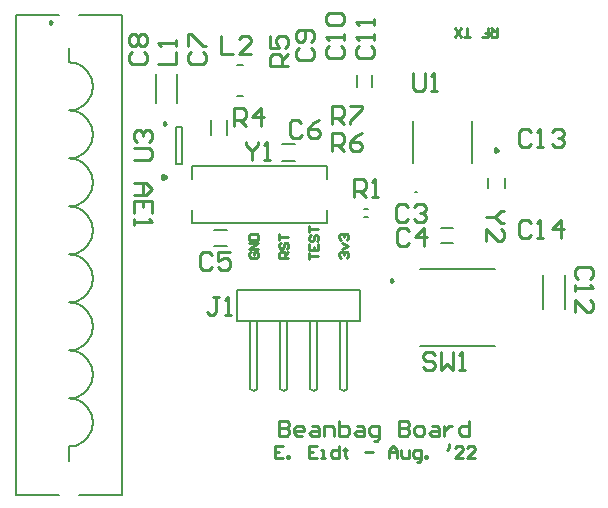
<source format=gto>
G04*
G04 #@! TF.GenerationSoftware,Altium Limited,Altium Designer,22.8.2 (66)*
G04*
G04 Layer_Color=65535*
%FSLAX25Y25*%
%MOIN*%
G70*
G04*
G04 #@! TF.SameCoordinates,DBEA32A3-26B1-43DE-8851-A205651FCFC1*
G04*
G04*
G04 #@! TF.FilePolarity,Positive*
G04*
G01*
G75*
%ADD10C,0.01575*%
%ADD11C,0.00787*%
%ADD12C,0.00984*%
%ADD13C,0.01181*%
%ADD14C,0.00500*%
%ADD15C,0.01000*%
D10*
X186086Y336945D02*
X185343Y337374D01*
Y336516D01*
X186086Y336945D01*
D11*
X153900Y247100D02*
X154903Y247163D01*
X155889Y247351D01*
X156845Y247662D01*
X157754Y248090D01*
X158602Y248628D01*
X159376Y249268D01*
X160064Y250001D01*
X160655Y250813D01*
X161139Y251694D01*
X161509Y252628D01*
X161758Y253601D01*
X161884Y254598D01*
X161884Y255602D01*
X161758Y256599D01*
X161508Y257572D01*
X161139Y258506D01*
X160655Y259387D01*
X160064Y260199D01*
X159376Y260932D01*
X158602Y261572D01*
X157754Y262110D01*
X156845Y262538D01*
X155889Y262849D01*
X154903Y263037D01*
X153900Y263100D01*
X154903Y263163D01*
X155889Y263351D01*
X156845Y263662D01*
X157754Y264090D01*
X158602Y264628D01*
X159376Y265268D01*
X160064Y266001D01*
X160655Y266813D01*
X161139Y267694D01*
X161509Y268628D01*
X161758Y269601D01*
X161884Y270598D01*
X161884Y271602D01*
X161758Y272599D01*
X161508Y273572D01*
X161139Y274506D01*
X160655Y275387D01*
X160064Y276199D01*
X159376Y276932D01*
X158602Y277572D01*
X157754Y278111D01*
X156845Y278538D01*
X155889Y278849D01*
X154903Y279037D01*
X153900Y279100D01*
X154903Y279163D01*
X155889Y279351D01*
X156845Y279662D01*
X157754Y280090D01*
X158602Y280628D01*
X159376Y281268D01*
X160064Y282001D01*
X160655Y282813D01*
X161139Y283694D01*
X161509Y284628D01*
X161758Y285601D01*
X161884Y286598D01*
X161884Y287602D01*
X161758Y288599D01*
X161508Y289572D01*
X161139Y290506D01*
X160655Y291387D01*
X160064Y292199D01*
X159376Y292932D01*
X158602Y293572D01*
X157754Y294110D01*
X156845Y294538D01*
X155889Y294849D01*
X154903Y295037D01*
X153900Y295100D01*
X154903Y295163D01*
X155889Y295351D01*
X156845Y295662D01*
X157754Y296090D01*
X158602Y296628D01*
X159376Y297268D01*
X160064Y298001D01*
X160655Y298813D01*
X161139Y299694D01*
X161509Y300628D01*
X161758Y301601D01*
X161884Y302598D01*
X161884Y303602D01*
X161758Y304599D01*
X161508Y305572D01*
X161139Y306506D01*
X160655Y307387D01*
X160064Y308199D01*
X159376Y308932D01*
X158602Y309572D01*
X157754Y310110D01*
X156845Y310538D01*
X155889Y310849D01*
X154903Y311037D01*
X153900Y311100D01*
X154903Y311163D01*
X155889Y311351D01*
X156845Y311662D01*
X157754Y312090D01*
X158602Y312628D01*
X159376Y313268D01*
X160064Y314001D01*
X160655Y314813D01*
X161139Y315694D01*
X161509Y316628D01*
X161758Y317601D01*
X161884Y318598D01*
X161884Y319602D01*
X161758Y320599D01*
X161508Y321572D01*
X161139Y322506D01*
X160655Y323387D01*
X160064Y324199D01*
X159376Y324932D01*
X158602Y325572D01*
X157754Y326111D01*
X156845Y326538D01*
X155889Y326849D01*
X154903Y327037D01*
X153900Y327100D01*
X154903Y327163D01*
X155889Y327351D01*
X156845Y327662D01*
X157754Y328090D01*
X158602Y328628D01*
X159376Y329268D01*
X160064Y330001D01*
X160655Y330813D01*
X161139Y331694D01*
X161509Y332628D01*
X161758Y333601D01*
X161884Y334598D01*
X161884Y335602D01*
X161758Y336599D01*
X161508Y337572D01*
X161139Y338506D01*
X160655Y339387D01*
X160064Y340199D01*
X159376Y340932D01*
X158602Y341572D01*
X157754Y342110D01*
X156845Y342538D01*
X155889Y342849D01*
X154903Y343037D01*
X153900Y343100D01*
X154903Y343163D01*
X155889Y343351D01*
X156845Y343662D01*
X157754Y344090D01*
X158602Y344628D01*
X159376Y345268D01*
X160064Y346001D01*
X160655Y346813D01*
X161139Y347694D01*
X161509Y348628D01*
X161758Y349601D01*
X161884Y350598D01*
X161884Y351602D01*
X161758Y352599D01*
X161508Y353572D01*
X161139Y354506D01*
X160655Y355387D01*
X160064Y356199D01*
X159376Y356932D01*
X158602Y357572D01*
X157754Y358110D01*
X156845Y358538D01*
X155889Y358849D01*
X154903Y359037D01*
X153900Y359100D01*
X154903Y359163D01*
X155889Y359351D01*
X156845Y359662D01*
X157754Y360090D01*
X158602Y360628D01*
X159376Y361268D01*
X160064Y362001D01*
X160655Y362813D01*
X161139Y363694D01*
X161509Y364628D01*
X161758Y365601D01*
X161884Y366598D01*
X161884Y367602D01*
X161758Y368599D01*
X161508Y369572D01*
X161139Y370506D01*
X160655Y371387D01*
X160064Y372199D01*
X159376Y372932D01*
X158602Y373572D01*
X157754Y374111D01*
X156845Y374538D01*
X155889Y374849D01*
X154903Y375037D01*
X153900Y375100D01*
X269937Y332004D02*
X269150D01*
X269937D01*
X195059Y340449D02*
X239941D01*
X195059Y321551D02*
X239941D01*
X195059Y336118D02*
Y340449D01*
Y321551D02*
Y325882D01*
X239941Y321551D02*
Y325882D01*
Y336118D02*
Y340449D01*
X153900Y242075D02*
Y247100D01*
Y375100D02*
Y379925D01*
X136200Y231000D02*
Y391000D01*
X171800Y231000D02*
Y391000D01*
X136200D02*
X150551D01*
X157449D02*
X171800D01*
X136200Y231000D02*
X150551D01*
X157449D02*
X171800D01*
X189516Y353602D02*
X191484D01*
X189516Y341398D02*
X191484D01*
X189516D02*
Y353602D01*
X191484Y341398D02*
Y353602D01*
X311822Y292874D02*
Y304126D01*
X319178Y292874D02*
Y304126D01*
X225500Y265472D02*
X226760Y266260D01*
X224240D02*
X225500Y265472D01*
X226760Y266260D02*
Y288799D01*
X224240Y266260D02*
Y288799D01*
X251091D02*
Y299390D01*
X209909Y288799D02*
X251091D01*
X209909D02*
Y299390D01*
X251091D01*
X244240Y266260D02*
Y288799D01*
X246760Y266260D02*
Y288799D01*
X244240Y266260D02*
X245500Y265472D01*
X246760Y266260D01*
X234240D02*
Y288799D01*
X236760Y266260D02*
Y288799D01*
X234240Y266260D02*
X235500Y265472D01*
X236760Y266260D01*
X214240D02*
Y288799D01*
X216760Y266260D02*
Y288799D01*
X214240Y266260D02*
X215500Y265472D01*
X216760Y266260D01*
X271118Y306295D02*
X295882D01*
X271118Y280705D02*
X295882D01*
X250000Y367032D02*
Y370969D01*
X255000Y367032D02*
Y370969D01*
X206657Y350995D02*
Y356005D01*
X201343Y350995D02*
Y356005D01*
X202335Y319256D02*
X206665D01*
X202335Y313744D02*
X206665D01*
X224835Y347756D02*
X229165D01*
X224835Y342244D02*
X229165D01*
X183039Y361661D02*
Y371339D01*
X189961Y361661D02*
Y371339D01*
X278032Y315000D02*
X281969D01*
X278032Y320000D02*
X281969D01*
X209976Y363783D02*
X212024D01*
X209976Y374217D02*
X212024D01*
X252213Y326378D02*
X253787D01*
X252213Y323622D02*
X253787D01*
D12*
X148291Y388441D02*
X147553Y388867D01*
Y388015D01*
X148291Y388441D01*
X186268Y354685D02*
X185529Y355111D01*
Y354259D01*
X186268Y354685D01*
X261965Y302339D02*
X261226Y302765D01*
Y301912D01*
X261965Y302339D01*
D13*
X297057Y345630D02*
X296222Y346112D01*
Y345148D01*
X297057Y345630D01*
D14*
X288343Y341551D02*
Y355449D01*
X268657Y341551D02*
Y355449D01*
X299453Y333268D02*
Y336732D01*
X293547Y333268D02*
Y336732D01*
D15*
X213001Y348499D02*
Y347499D01*
X215001Y345500D01*
X217000Y347499D01*
Y348499D01*
X215001Y345500D02*
Y342501D01*
X218999D02*
X220999D01*
X219999D01*
Y348499D01*
X218999Y347499D01*
X225166Y247332D02*
X222500D01*
Y243333D01*
X225166D01*
X222500Y245332D02*
X223833D01*
X226499Y243333D02*
Y243999D01*
X227165D01*
Y243333D01*
X226499D01*
X236495Y247332D02*
X233830D01*
Y243333D01*
X236495D01*
X233830Y245332D02*
X235163D01*
X237828Y243333D02*
X239161D01*
X238495D01*
Y245999D01*
X237828D01*
X243827Y247332D02*
Y243333D01*
X241827D01*
X241161Y243999D01*
Y245332D01*
X241827Y245999D01*
X243827D01*
X245826Y246665D02*
Y245999D01*
X245159D01*
X246492D01*
X245826D01*
Y243999D01*
X246492Y243333D01*
X252490Y245332D02*
X255156D01*
X260488Y243333D02*
Y245999D01*
X261821Y247332D01*
X263154Y245999D01*
Y243333D01*
Y245332D01*
X260488D01*
X264487Y245999D02*
Y243999D01*
X265153Y243333D01*
X267152D01*
Y245999D01*
X269818Y242000D02*
X270484D01*
X271151Y242666D01*
Y245999D01*
X269152D01*
X268485Y245332D01*
Y243999D01*
X269152Y243333D01*
X271151D01*
X272484D02*
Y243999D01*
X273150D01*
Y243333D01*
X272484D01*
X280481Y247998D02*
Y246665D01*
X279815Y245999D01*
X285146Y243333D02*
X282481D01*
X285146Y245999D01*
Y246665D01*
X284480Y247332D01*
X283147D01*
X282481Y246665D01*
X289145Y243333D02*
X286479D01*
X289145Y245999D01*
Y246665D01*
X288479Y247332D01*
X287146D01*
X286479Y246665D01*
X224000Y255664D02*
Y250666D01*
X226499D01*
X227332Y251499D01*
Y252332D01*
X226499Y253165D01*
X224000D01*
X226499D01*
X227332Y253998D01*
Y254831D01*
X226499Y255664D01*
X224000D01*
X231498Y250666D02*
X229831D01*
X228998Y251499D01*
Y253165D01*
X229831Y253998D01*
X231498D01*
X232331Y253165D01*
Y252332D01*
X228998D01*
X234830Y253998D02*
X236496D01*
X237329Y253165D01*
Y250666D01*
X234830D01*
X233997Y251499D01*
X234830Y252332D01*
X237329D01*
X238995Y250666D02*
Y253998D01*
X241494D01*
X242327Y253165D01*
Y250666D01*
X243993Y255664D02*
Y250666D01*
X246493D01*
X247326Y251499D01*
Y252332D01*
Y253165D01*
X246493Y253998D01*
X243993D01*
X249825D02*
X251491D01*
X252324Y253165D01*
Y250666D01*
X249825D01*
X248992Y251499D01*
X249825Y252332D01*
X252324D01*
X255656Y249000D02*
X256489D01*
X257323Y249833D01*
Y253998D01*
X254823D01*
X253990Y253165D01*
Y251499D01*
X254823Y250666D01*
X257323D01*
X263987Y255664D02*
Y250666D01*
X266486D01*
X267319Y251499D01*
Y252332D01*
X266486Y253165D01*
X263987D01*
X266486D01*
X267319Y253998D01*
Y254831D01*
X266486Y255664D01*
X263987D01*
X269818Y250666D02*
X271485D01*
X272318Y251499D01*
Y253165D01*
X271485Y253998D01*
X269818D01*
X268985Y253165D01*
Y251499D01*
X269818Y250666D01*
X274817Y253998D02*
X276483D01*
X277316Y253165D01*
Y250666D01*
X274817D01*
X273984Y251499D01*
X274817Y252332D01*
X277316D01*
X278982Y253998D02*
Y250666D01*
Y252332D01*
X279815Y253165D01*
X280648Y253998D01*
X281481D01*
X287313Y255664D02*
Y250666D01*
X284814D01*
X283981Y251499D01*
Y253165D01*
X284814Y253998D01*
X287313D01*
X296500Y386500D02*
Y383501D01*
X295001D01*
X294501Y384001D01*
Y385000D01*
X295001Y385500D01*
X296500D01*
X295500D02*
X294501Y386500D01*
X291502Y383501D02*
X293501D01*
Y385000D01*
X292501D01*
X293501D01*
Y386500D01*
X287503Y383501D02*
X285504D01*
X286503D01*
Y386500D01*
X284504Y383501D02*
X282505Y386500D01*
Y383501D02*
X284504Y386500D01*
X244501Y310000D02*
X244001Y310500D01*
Y311500D01*
X244501Y311999D01*
X245001D01*
X245500Y311500D01*
Y311000D01*
Y311500D01*
X246000Y311999D01*
X246500D01*
X247000Y311500D01*
Y310500D01*
X246500Y310000D01*
X245001Y312999D02*
X247000Y313999D01*
X245001Y314998D01*
X244501Y315998D02*
X244001Y316498D01*
Y317498D01*
X244501Y317997D01*
X245001D01*
X245500Y317498D01*
Y316998D01*
Y317498D01*
X246000Y317997D01*
X246500D01*
X247000Y317498D01*
Y316498D01*
X246500Y315998D01*
X227000Y310000D02*
X224001D01*
Y311500D01*
X224501Y311999D01*
X225500D01*
X226000Y311500D01*
Y310000D01*
Y311000D02*
X227000Y311999D01*
X224501Y314998D02*
X224001Y314498D01*
Y313499D01*
X224501Y312999D01*
X225001D01*
X225500Y313499D01*
Y314498D01*
X226000Y314998D01*
X226500D01*
X227000Y314498D01*
Y313499D01*
X226500Y312999D01*
X224001Y315998D02*
Y317997D01*
Y316998D01*
X227000D01*
X234001Y309500D02*
Y311499D01*
Y310500D01*
X237000D01*
X234001Y314498D02*
Y312499D01*
X237000D01*
Y314498D01*
X235501Y312499D02*
Y313499D01*
X234501Y317497D02*
X234001Y316998D01*
Y315998D01*
X234501Y315498D01*
X235001D01*
X235501Y315998D01*
Y316998D01*
X236000Y317497D01*
X236500D01*
X237000Y316998D01*
Y315998D01*
X236500Y315498D01*
X234001Y318497D02*
Y320496D01*
Y319497D01*
X237000D01*
X214501Y311999D02*
X214001Y311500D01*
Y310500D01*
X214501Y310000D01*
X216500D01*
X217000Y310500D01*
Y311500D01*
X216500Y311999D01*
X215500D01*
Y311000D01*
X217000Y312999D02*
X214001D01*
X217000Y314998D01*
X214001D01*
Y315998D02*
X217000D01*
Y317498D01*
X216500Y317997D01*
X214501D01*
X214001Y317498D01*
Y315998D01*
X298999Y325498D02*
X297999D01*
X296000Y323499D01*
X297999Y321500D01*
X298999D01*
X296000Y323499D02*
X293001D01*
Y315502D02*
Y319500D01*
X297000Y315502D01*
X297999D01*
X298999Y316501D01*
Y318501D01*
X297999Y319500D01*
X175501Y342502D02*
X180499D01*
X181499Y343501D01*
Y345501D01*
X180499Y346500D01*
X175501D01*
X176501Y348500D02*
X175501Y349499D01*
Y351499D01*
X176501Y352498D01*
X177500D01*
X178500Y351499D01*
Y350499D01*
Y351499D01*
X179500Y352498D01*
X180499D01*
X181499Y351499D01*
Y349499D01*
X180499Y348500D01*
X268501Y371499D02*
Y366501D01*
X269501Y365501D01*
X271500D01*
X272500Y366501D01*
Y371499D01*
X274499Y365501D02*
X276499D01*
X275499D01*
Y371499D01*
X274499Y370499D01*
X276001Y277499D02*
X275001Y278499D01*
X273002D01*
X272002Y277499D01*
Y276500D01*
X273002Y275500D01*
X275001D01*
X276001Y274500D01*
Y273501D01*
X275001Y272501D01*
X273002D01*
X272002Y273501D01*
X278000Y278499D02*
Y272501D01*
X280000Y274500D01*
X281999Y272501D01*
Y278499D01*
X283998Y272501D02*
X285998D01*
X284998D01*
Y278499D01*
X283998Y277499D01*
X241502Y354501D02*
Y360499D01*
X244501D01*
X245500Y359499D01*
Y357500D01*
X244501Y356500D01*
X241502D01*
X243501D02*
X245500Y354501D01*
X247500Y360499D02*
X251498D01*
Y359499D01*
X247500Y355501D01*
Y354501D01*
X241502Y345501D02*
Y351499D01*
X244501D01*
X245500Y350499D01*
Y348500D01*
X244501Y347500D01*
X241502D01*
X243501D02*
X245500Y345501D01*
X251498Y351499D02*
X249499Y350499D01*
X247500Y348500D01*
Y346501D01*
X248499Y345501D01*
X250499D01*
X251498Y346501D01*
Y347500D01*
X250499Y348500D01*
X247500D01*
X226999Y374002D02*
X221001D01*
Y377001D01*
X222001Y378000D01*
X224000D01*
X225000Y377001D01*
Y374002D01*
Y376001D02*
X226999Y378000D01*
X221001Y383998D02*
Y380000D01*
X224000D01*
X223000Y381999D01*
Y382999D01*
X224000Y383998D01*
X225999D01*
X226999Y382999D01*
Y380999D01*
X225999Y380000D01*
X209002Y354001D02*
Y359999D01*
X212001D01*
X213000Y358999D01*
Y357000D01*
X212001Y356000D01*
X209002D01*
X211001D02*
X213000Y354001D01*
X217999D02*
Y359999D01*
X215000Y357000D01*
X218998D01*
X249100Y330400D02*
Y336398D01*
X252099D01*
X253099Y335398D01*
Y333399D01*
X252099Y332399D01*
X249100D01*
X251099D02*
X253099Y330400D01*
X255098D02*
X257097D01*
X256098D01*
Y336398D01*
X255098Y335398D01*
X204700Y383998D02*
Y378000D01*
X208699D01*
X214697D02*
X210698D01*
X214697Y381999D01*
Y382998D01*
X213697Y383998D01*
X211698D01*
X210698Y382998D01*
X183501Y374501D02*
X189499Y374501D01*
X189499Y378500D01*
X189499Y380499D02*
X189499Y382499D01*
X189499Y381499D01*
X183501Y381499D01*
X184501Y380499D01*
X204000Y296999D02*
X202001D01*
X203000D01*
Y292001D01*
X202001Y291001D01*
X201001D01*
X200001Y292001D01*
X205999Y291001D02*
X207999D01*
X206999D01*
Y296999D01*
X205999Y295999D01*
X308001Y321499D02*
X307001Y322499D01*
X305002D01*
X304002Y321499D01*
Y317501D01*
X305002Y316501D01*
X307001D01*
X308001Y317501D01*
X310000Y316501D02*
X312000D01*
X311000D01*
Y322499D01*
X310000Y321499D01*
X317998Y316501D02*
Y322499D01*
X314999Y319500D01*
X318998D01*
X308001Y351999D02*
X307001Y352999D01*
X305002D01*
X304002Y351999D01*
Y348001D01*
X305002Y347001D01*
X307001D01*
X308001Y348001D01*
X310000Y347001D02*
X312000D01*
X311000D01*
Y352999D01*
X310000Y351999D01*
X314999D02*
X315999Y352999D01*
X317998D01*
X318998Y351999D01*
Y351000D01*
X317998Y350000D01*
X316998D01*
X317998D01*
X318998Y349000D01*
Y348001D01*
X317998Y347001D01*
X315999D01*
X314999Y348001D01*
X327499Y302999D02*
X328499Y303998D01*
Y305998D01*
X327499Y306998D01*
X323501D01*
X322501Y305998D01*
Y303998D01*
X323501Y302999D01*
X322501Y300999D02*
Y299000D01*
Y300000D01*
X328499D01*
X327499Y300999D01*
X322501Y292002D02*
Y296001D01*
X326500Y292002D01*
X327499D01*
X328499Y293002D01*
Y295002D01*
X327499Y296001D01*
X250501Y380501D02*
X249501Y379501D01*
Y377502D01*
X250501Y376502D01*
X254499D01*
X255499Y377502D01*
Y379501D01*
X254499Y380501D01*
X255499Y382500D02*
Y384500D01*
Y383500D01*
X249501D01*
X250501Y382500D01*
X255499Y387498D02*
Y389498D01*
Y388498D01*
X249501D01*
X250501Y387498D01*
X240501Y380501D02*
X239501Y379502D01*
Y377502D01*
X240501Y376502D01*
X244499D01*
X245499Y377502D01*
Y379502D01*
X244499Y380501D01*
X245499Y382501D02*
Y384500D01*
Y383500D01*
X239501D01*
X240501Y382501D01*
Y387499D02*
X239501Y388498D01*
Y390498D01*
X240501Y391498D01*
X244499D01*
X245499Y390498D01*
Y388498D01*
X244499Y387499D01*
X240501D01*
X230501Y380000D02*
X229501Y379001D01*
Y377001D01*
X230501Y376002D01*
X234499D01*
X235499Y377001D01*
Y379001D01*
X234499Y380000D01*
Y382000D02*
X235499Y382999D01*
Y384999D01*
X234499Y385998D01*
X230501D01*
X229501Y384999D01*
Y382999D01*
X230501Y382000D01*
X231500D01*
X232500Y382999D01*
Y385998D01*
X174987Y378529D02*
X173973Y377543D01*
X173944Y375544D01*
X174930Y374531D01*
X178928Y374474D01*
X179942Y375459D01*
X179970Y377458D01*
X178985Y378472D01*
X175015Y380528D02*
X174030Y381542D01*
X174058Y383541D01*
X175072Y384526D01*
X176071Y384512D01*
X177057Y383498D01*
X178071Y384484D01*
X179070Y384470D01*
X180055Y383456D01*
X180027Y381456D01*
X179013Y380471D01*
X178014Y380485D01*
X177028Y381499D01*
X176015Y380514D01*
X175015Y380528D01*
X177028Y381499D02*
X177057Y383498D01*
X194501Y378500D02*
X193501Y377501D01*
X193501Y375501D01*
X194501Y374502D01*
X198499Y374502D01*
X199499Y375501D01*
X199499Y377501D01*
X198499Y378500D01*
X193501Y380500D02*
X193501Y384499D01*
X194501Y384498D01*
X198499Y380500D01*
X199499Y380500D01*
X231474Y354986D02*
X230461Y355972D01*
X228462Y355946D01*
X227476Y354933D01*
X227529Y350934D01*
X228542Y349948D01*
X230541Y349975D01*
X231527Y350988D01*
X237458Y356065D02*
X235472Y355039D01*
X233500Y353013D01*
X233526Y351014D01*
X234539Y350028D01*
X236538Y350055D01*
X237525Y351067D01*
X237511Y352067D01*
X236498Y353053D01*
X233500Y353013D01*
X201510Y311004D02*
X200515Y312008D01*
X198515Y312018D01*
X197511Y311023D01*
X197492Y307024D01*
X198487Y306020D01*
X200487Y306010D01*
X201491Y307005D01*
X207512Y311976D02*
X203514Y311994D01*
X203500Y308995D01*
X205504Y309986D01*
X206503Y309981D01*
X207498Y308977D01*
X207489Y306977D01*
X206485Y305982D01*
X204485Y305992D01*
X203490Y306996D01*
X267425Y318999D02*
X266426Y319999D01*
X264426D01*
X263427Y318999D01*
Y315001D01*
X264426Y314001D01*
X266426D01*
X267425Y315001D01*
X272424Y314001D02*
Y319999D01*
X269425Y317000D01*
X273424D01*
X267000Y326999D02*
X266001Y327999D01*
X264001D01*
X263002Y326999D01*
Y323001D01*
X264001Y322001D01*
X266001D01*
X267000Y323001D01*
X269000Y326999D02*
X269999Y327999D01*
X271999D01*
X272998Y326999D01*
Y326000D01*
X271999Y325000D01*
X270999D01*
X271999D01*
X272998Y324000D01*
Y323001D01*
X271999Y322001D01*
X269999D01*
X269000Y323001D01*
X175501Y334998D02*
X179500Y334998D01*
X181499Y332998D01*
X179500Y330999D01*
X175501Y330999D01*
X178500Y330999D01*
X178500Y334998D01*
X181499Y325001D02*
X181499Y329000D01*
X175501Y329000D01*
X175501Y325001D01*
X178500Y329000D02*
X178500Y327000D01*
X175501Y323002D02*
X175501Y321002D01*
X175501Y322002D01*
X181499Y322002D01*
X180499Y323002D01*
M02*

</source>
